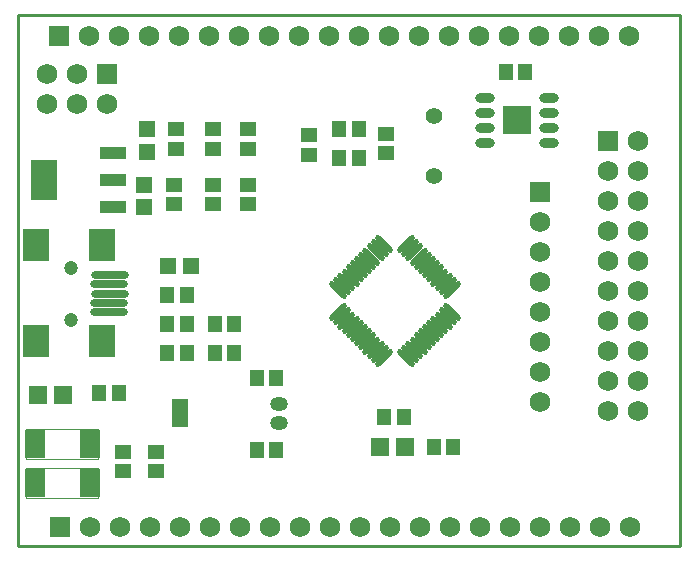
<source format=gts>
G04*
G04 #@! TF.GenerationSoftware,Altium Limited,Altium Designer,20.0.2 (26)*
G04*
G04 Layer_Color=8388736*
%FSLAX24Y24*%
%MOIN*%
G70*
G01*
G75*
%ADD12C,0.0100*%
%ADD16C,0.0010*%
%ADD33R,0.0474X0.0580*%
%ADD34R,0.0600X0.0640*%
G04:AMPARAMS|DCode=35|XSize=19.8mil|YSize=76.9mil|CornerRadius=0mil|HoleSize=0mil|Usage=FLASHONLY|Rotation=45.000|XOffset=0mil|YOffset=0mil|HoleType=Round|Shape=Round|*
%AMOVALD35*
21,1,0.0571,0.0198,0.0000,0.0000,135.0*
1,1,0.0198,0.0202,-0.0202*
1,1,0.0198,-0.0202,0.0202*
%
%ADD35OVALD35*%

G04:AMPARAMS|DCode=36|XSize=19.8mil|YSize=76.9mil|CornerRadius=0mil|HoleSize=0mil|Usage=FLASHONLY|Rotation=135.000|XOffset=0mil|YOffset=0mil|HoleType=Round|Shape=Round|*
%AMOVALD36*
21,1,0.0571,0.0198,0.0000,0.0000,225.0*
1,1,0.0198,0.0202,0.0202*
1,1,0.0198,-0.0202,-0.0202*
%
%ADD36OVALD36*%

%ADD37R,0.0580X0.0474*%
%ADD38R,0.0669X0.0945*%
%ADD39R,0.0552X0.0946*%
%ADD40R,0.0529X0.0580*%
%ADD41O,0.1261X0.0277*%
%ADD42R,0.0907X0.1104*%
%ADD43O,0.1261X0.0277*%
%ADD44R,0.0982X0.0982*%
%ADD45O,0.0651X0.0316*%
%ADD46R,0.0580X0.0529*%
%ADD47R,0.0907X0.1379*%
%ADD48R,0.0907X0.0434*%
%ADD49O,0.0592X0.0474*%
%ADD50C,0.0474*%
%ADD51C,0.0680*%
%ADD52R,0.0680X0.0680*%
%ADD53R,0.0680X0.0680*%
%ADD54C,0.0552*%
%ADD55C,0.0277*%
D12*
X22047Y0D02*
Y17717D01*
X-0D02*
X22047D01*
X-0D02*
X0Y0D01*
X22047D01*
D16*
X2674Y1588D02*
Y2612D01*
X272D02*
X2674D01*
X272Y1588D02*
Y2612D01*
Y1588D02*
X2674D01*
X2674Y2888D02*
Y3912D01*
X272D02*
X2674D01*
X272Y2888D02*
Y3912D01*
Y2888D02*
X2674D01*
D33*
X2700Y5100D02*
D03*
X3350D02*
D03*
X14500Y3300D02*
D03*
X13850D02*
D03*
X12850Y4300D02*
D03*
X12200D02*
D03*
X7950Y5600D02*
D03*
X8600D02*
D03*
X7950Y3200D02*
D03*
X8600D02*
D03*
X6550Y7415D02*
D03*
X7200D02*
D03*
X6550Y6450D02*
D03*
X7200D02*
D03*
X4967Y8380D02*
D03*
X5617D02*
D03*
X4967Y6450D02*
D03*
X5617D02*
D03*
X4967Y7415D02*
D03*
X5617D02*
D03*
X16900Y15800D02*
D03*
X16250D02*
D03*
X10700Y12950D02*
D03*
X11350D02*
D03*
X10700Y13900D02*
D03*
X11350D02*
D03*
D34*
X1490Y5050D02*
D03*
X650D02*
D03*
X12060Y3300D02*
D03*
X12900D02*
D03*
D35*
X10942Y8815D02*
D03*
X11081Y8954D02*
D03*
X11777Y9650D02*
D03*
X12195Y10068D02*
D03*
X11360Y9232D02*
D03*
X11499Y9372D02*
D03*
X12932Y6268D02*
D03*
X13072Y6407D02*
D03*
X13211Y6546D02*
D03*
X13350Y6685D02*
D03*
X13489Y6824D02*
D03*
X13628Y6964D02*
D03*
X13768Y7103D02*
D03*
X13907Y7242D02*
D03*
X14046Y7381D02*
D03*
X14185Y7520D02*
D03*
X14324Y7660D02*
D03*
X14464Y7799D02*
D03*
X12055Y9928D02*
D03*
X11916Y9789D02*
D03*
X11638Y9511D02*
D03*
X11220Y9093D02*
D03*
X10803Y8676D02*
D03*
X10664Y8536D02*
D03*
D36*
X12195Y6268D02*
D03*
X13489Y9511D02*
D03*
X13350Y9650D02*
D03*
X12055Y6407D02*
D03*
X14464Y8536D02*
D03*
X14324Y8676D02*
D03*
X14185Y8815D02*
D03*
X14046Y8954D02*
D03*
X13907Y9093D02*
D03*
X10664Y7799D02*
D03*
X10803Y7660D02*
D03*
X10942Y7520D02*
D03*
X11081Y7381D02*
D03*
X11220Y7242D02*
D03*
X11360Y7103D02*
D03*
X11499Y6964D02*
D03*
X11638Y6824D02*
D03*
X11777Y6685D02*
D03*
X11916Y6546D02*
D03*
X13768Y9232D02*
D03*
X13628Y9372D02*
D03*
X13211Y9789D02*
D03*
X13072Y9928D02*
D03*
X12932Y10068D02*
D03*
D37*
X4600Y2500D02*
D03*
Y3150D02*
D03*
X3500Y2500D02*
D03*
Y3150D02*
D03*
X9700Y13700D02*
D03*
Y13050D02*
D03*
X12250Y13750D02*
D03*
Y13100D02*
D03*
X5200Y12050D02*
D03*
Y11400D02*
D03*
X6500D02*
D03*
Y12050D02*
D03*
X7675Y11400D02*
D03*
Y12050D02*
D03*
X5250Y13250D02*
D03*
Y13900D02*
D03*
X7675D02*
D03*
Y13250D02*
D03*
X6500Y13900D02*
D03*
Y13250D02*
D03*
D38*
X550Y2100D02*
D03*
X2400D02*
D03*
X550Y3400D02*
D03*
X2400D02*
D03*
D39*
X5400Y4445D02*
D03*
D40*
X5750Y9350D02*
D03*
X5002D02*
D03*
D41*
X3045Y8721D02*
D03*
Y7811D02*
D03*
X3049Y8416D02*
D03*
Y9026D02*
D03*
D42*
X599Y10026D02*
D03*
X2799Y6826D02*
D03*
X599D02*
D03*
X2799Y10026D02*
D03*
D43*
X3045Y8111D02*
D03*
D44*
X16623Y14200D02*
D03*
D45*
X17696Y13450D02*
D03*
Y13950D02*
D03*
Y14450D02*
D03*
Y14950D02*
D03*
X15550Y13450D02*
D03*
Y13950D02*
D03*
Y14450D02*
D03*
Y14950D02*
D03*
D46*
X4200Y11302D02*
D03*
Y12050D02*
D03*
X4300Y13898D02*
D03*
Y13150D02*
D03*
D47*
X853Y12200D02*
D03*
D48*
X3176Y13106D02*
D03*
Y12200D02*
D03*
Y11294D02*
D03*
D49*
X8700Y4746D02*
D03*
Y4100D02*
D03*
D50*
X1750Y7550D02*
D03*
Y9282D02*
D03*
D51*
X20400Y650D02*
D03*
X19400D02*
D03*
X18400D02*
D03*
X17400D02*
D03*
X16400D02*
D03*
X15400D02*
D03*
X14400D02*
D03*
X13400D02*
D03*
X12400D02*
D03*
X11400D02*
D03*
X10400D02*
D03*
X9400D02*
D03*
X8400D02*
D03*
X7400D02*
D03*
X6400D02*
D03*
X5400D02*
D03*
X4400D02*
D03*
X3400D02*
D03*
X2400D02*
D03*
X20650Y4500D02*
D03*
Y5500D02*
D03*
Y6500D02*
D03*
Y7500D02*
D03*
Y8500D02*
D03*
Y9500D02*
D03*
Y10500D02*
D03*
Y11500D02*
D03*
Y12500D02*
D03*
Y13500D02*
D03*
X19650Y4500D02*
D03*
Y5500D02*
D03*
Y6500D02*
D03*
Y7500D02*
D03*
Y8500D02*
D03*
Y9500D02*
D03*
Y10500D02*
D03*
Y11500D02*
D03*
Y12500D02*
D03*
X20350Y17000D02*
D03*
X19350D02*
D03*
X18350D02*
D03*
X17350D02*
D03*
X16350D02*
D03*
X15350D02*
D03*
X14350D02*
D03*
X13350D02*
D03*
X12350D02*
D03*
X11350D02*
D03*
X10350D02*
D03*
X9350D02*
D03*
X8350D02*
D03*
X7350D02*
D03*
X6350D02*
D03*
X5350D02*
D03*
X4350D02*
D03*
X3350D02*
D03*
X2350D02*
D03*
X17400Y4800D02*
D03*
Y5800D02*
D03*
Y6800D02*
D03*
Y7800D02*
D03*
Y8800D02*
D03*
Y9800D02*
D03*
Y10800D02*
D03*
X2950Y14750D02*
D03*
X1950D02*
D03*
X950D02*
D03*
Y15750D02*
D03*
X1950D02*
D03*
D52*
X1400Y650D02*
D03*
X1350Y17000D02*
D03*
X2950Y15750D02*
D03*
D53*
X19650Y13500D02*
D03*
X17400Y11800D02*
D03*
D54*
X13850Y14350D02*
D03*
Y12350D02*
D03*
D55*
X16839Y13983D02*
D03*
X16406D02*
D03*
X16839Y14417D02*
D03*
X16406D02*
D03*
M02*

</source>
